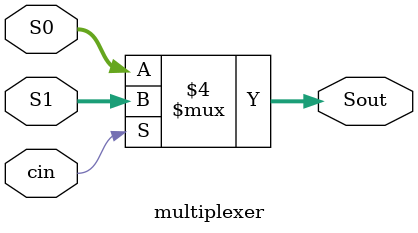
<source format=sv>
module multiplexer(input logic cin, 
						input logic [3:0] S0, S1, 
						output logic [3:0] Sout);
	always_comb
	begin
		if (cin == 0)
		begin
		Sout = S0;
		end
		
		else
		begin
		Sout = S1;
		end	
	end	

endmodule
						
</source>
